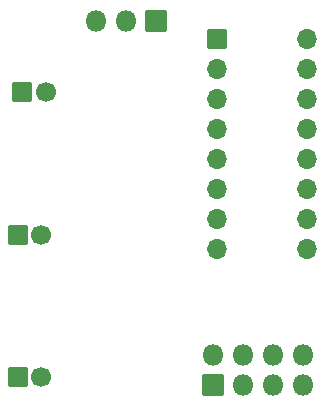
<source format=gbs>
%TF.GenerationSoftware,KiCad,Pcbnew,(6.0.2)*%
%TF.CreationDate,2022-04-01T15:41:46-05:00*%
%TF.ProjectId,delayEffect,64656c61-7945-4666-9665-63742e6b6963,rev?*%
%TF.SameCoordinates,Original*%
%TF.FileFunction,Soldermask,Bot*%
%TF.FilePolarity,Negative*%
%FSLAX46Y46*%
G04 Gerber Fmt 4.6, Leading zero omitted, Abs format (unit mm)*
G04 Created by KiCad (PCBNEW (6.0.2)) date 2022-04-01 15:41:46*
%MOMM*%
%LPD*%
G01*
G04 APERTURE LIST*
G04 Aperture macros list*
%AMRoundRect*
0 Rectangle with rounded corners*
0 $1 Rounding radius*
0 $2 $3 $4 $5 $6 $7 $8 $9 X,Y pos of 4 corners*
0 Add a 4 corners polygon primitive as box body*
4,1,4,$2,$3,$4,$5,$6,$7,$8,$9,$2,$3,0*
0 Add four circle primitives for the rounded corners*
1,1,$1+$1,$2,$3*
1,1,$1+$1,$4,$5*
1,1,$1+$1,$6,$7*
1,1,$1+$1,$8,$9*
0 Add four rect primitives between the rounded corners*
20,1,$1+$1,$2,$3,$4,$5,0*
20,1,$1+$1,$4,$5,$6,$7,0*
20,1,$1+$1,$6,$7,$8,$9,0*
20,1,$1+$1,$8,$9,$2,$3,0*%
G04 Aperture macros list end*
%ADD10O,1.800000X1.800000*%
%ADD11RoundRect,0.050000X0.850000X-0.850000X0.850000X0.850000X-0.850000X0.850000X-0.850000X-0.850000X0*%
%ADD12RoundRect,0.050000X-0.800000X-0.800000X0.800000X-0.800000X0.800000X0.800000X-0.800000X0.800000X0*%
%ADD13C,1.700000*%
%ADD14O,1.700000X1.700000*%
%ADD15RoundRect,0.050000X-0.850000X0.850000X-0.850000X-0.850000X0.850000X-0.850000X0.850000X0.850000X0*%
G04 APERTURE END LIST*
D10*
%TO.C,J1*%
X136525000Y-92075000D03*
X136525000Y-94615000D03*
X133985000Y-92075000D03*
X133985000Y-94615000D03*
X131445000Y-92075000D03*
X131445000Y-94615000D03*
X128905000Y-92075000D03*
D11*
X128905000Y-94615000D03*
%TD*%
D12*
%TO.C,C2*%
X112757200Y-69799200D03*
D13*
X114757200Y-69799200D03*
%TD*%
%TO.C,C3*%
X114395000Y-81915000D03*
D12*
X112395000Y-81915000D03*
%TD*%
%TO.C,C14*%
X112395000Y-93980000D03*
D13*
X114395000Y-93980000D03*
%TD*%
D12*
%TO.C,U1*%
X129286201Y-65328201D03*
D14*
X136906201Y-83108201D03*
X129286201Y-67868201D03*
X136906201Y-80568201D03*
X129286201Y-70408201D03*
X136906201Y-78028201D03*
X129286201Y-72948201D03*
X136906201Y-75488201D03*
X129286201Y-75488201D03*
X136906201Y-72948201D03*
X129286201Y-78028201D03*
X136906201Y-70408201D03*
X129286201Y-80568201D03*
X136906201Y-67868201D03*
X129286201Y-83108201D03*
X136906201Y-65328201D03*
%TD*%
D15*
%TO.C,J2*%
X124079000Y-63779400D03*
D10*
X121539000Y-63779400D03*
X118999000Y-63779400D03*
%TD*%
M02*

</source>
